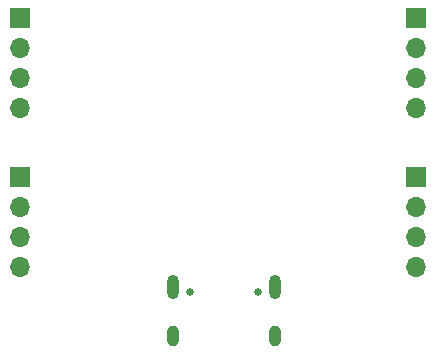
<source format=gbr>
%TF.GenerationSoftware,KiCad,Pcbnew,8.0.6*%
%TF.CreationDate,2024-11-03T15:15:55+02:00*%
%TF.ProjectId,MiniBit,4d696e69-4269-4742-9e6b-696361645f70,1.0*%
%TF.SameCoordinates,Original*%
%TF.FileFunction,Soldermask,Bot*%
%TF.FilePolarity,Negative*%
%FSLAX46Y46*%
G04 Gerber Fmt 4.6, Leading zero omitted, Abs format (unit mm)*
G04 Created by KiCad (PCBNEW 8.0.6) date 2024-11-03 15:15:55*
%MOMM*%
%LPD*%
G01*
G04 APERTURE LIST*
%ADD10R,1.700000X1.700000*%
%ADD11O,1.700000X1.700000*%
%ADD12C,0.650000*%
%ADD13O,1.000000X2.100000*%
%ADD14O,1.000000X1.800000*%
G04 APERTURE END LIST*
D10*
%TO.C,J1*%
X131250000Y-101006250D03*
D11*
X131250000Y-103546250D03*
X131250000Y-106086250D03*
X131250000Y-108626250D03*
%TD*%
D10*
%TO.C,J3*%
X164750000Y-101006250D03*
D11*
X164750000Y-103546250D03*
X164750000Y-106086250D03*
X164750000Y-108626250D03*
%TD*%
D10*
%TO.C,J4*%
X131250000Y-87506250D03*
D11*
X131250000Y-90046250D03*
X131250000Y-92586250D03*
X131250000Y-95126250D03*
%TD*%
D10*
%TO.C,J2*%
X164750000Y-87506250D03*
D11*
X164750000Y-90046250D03*
X164750000Y-92586250D03*
X164750000Y-95126250D03*
%TD*%
D12*
%TO.C,J5*%
X145610000Y-110751250D03*
X151390000Y-110751250D03*
D13*
X144180000Y-110251250D03*
D14*
X144180000Y-114431250D03*
D13*
X152820000Y-110251250D03*
D14*
X152820000Y-114431250D03*
%TD*%
M02*

</source>
